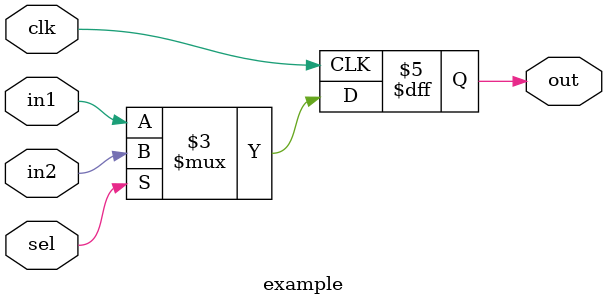
<source format=v>
module top_module (
	input [2:0] SW,      // R
	input [1:0] KEY,     // L and clk
	output [2:0] LEDR);  // Q

    example exp1 (LEDR[2], SW[0], KEY[1], KEY[0], LEDR[0]);
    example exp2 (LEDR[0], SW[1], KEY[1], KEY[0], LEDR[1]);
    example exp3 ((LEDR[2]^LEDR[1]), SW[2], KEY[1], KEY[0], LEDR[2]);

endmodule

module example (
    input in1,
    input in2,
    input sel,
    input clk,
    output out
);
    always @ (posedge clk) begin
        if (sel)
            out <= in2;
        else
            out <= in1;
    end
endmodule

</source>
